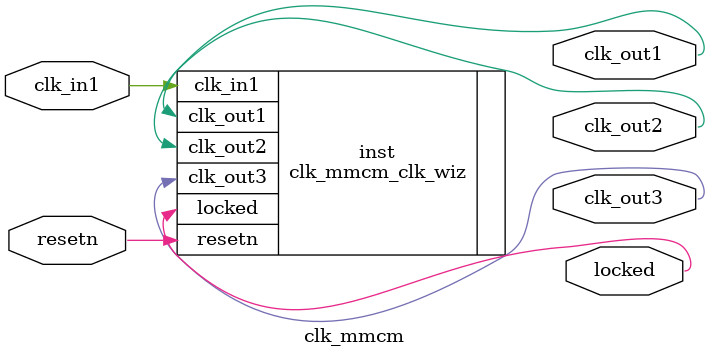
<source format=v>


`timescale 1ps/1ps

(* CORE_GENERATION_INFO = "clk_mmcm,clk_wiz_v6_0_11_0_0,{component_name=clk_mmcm,use_phase_alignment=true,use_min_o_jitter=false,use_max_i_jitter=false,use_dyn_phase_shift=false,use_inclk_switchover=false,use_dyn_reconfig=false,enable_axi=0,feedback_source=FDBK_AUTO,PRIMITIVE=MMCM,num_out_clk=3,clkin1_period=50.000,clkin2_period=10.0,use_power_down=false,use_reset=true,use_locked=true,use_inclk_stopped=false,feedback_type=SINGLE,CLOCK_MGR_TYPE=NA,manual_override=false}" *)

module clk_mmcm 
 (
  // Clock out ports
  output        clk_out1,
  output        clk_out2,
  output        clk_out3,
  // Status and control signals
  input         resetn,
  output        locked,
 // Clock in ports
  input         clk_in1
 );

  clk_mmcm_clk_wiz inst
  (
  // Clock out ports  
  .clk_out1(clk_out1),
  .clk_out2(clk_out2),
  .clk_out3(clk_out3),
  // Status and control signals               
  .resetn(resetn), 
  .locked(locked),
 // Clock in ports
  .clk_in1(clk_in1)
  );

endmodule

</source>
